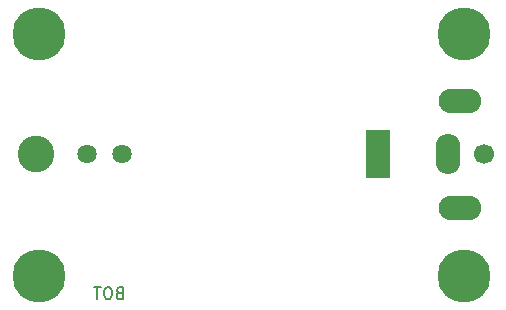
<source format=gbr>
%TF.GenerationSoftware,KiCad,Pcbnew,(5.1.6)-1*%
%TF.CreationDate,2022-05-27T14:19:17+02:00*%
%TF.ProjectId,Charger,43686172-6765-4722-9e6b-696361645f70,V1.0*%
%TF.SameCoordinates,Original*%
%TF.FileFunction,Soldermask,Bot*%
%TF.FilePolarity,Negative*%
%FSLAX46Y46*%
G04 Gerber Fmt 4.6, Leading zero omitted, Abs format (unit mm)*
G04 Created by KiCad (PCBNEW (5.1.6)-1) date 2022-05-27 14:19:17*
%MOMM*%
%LPD*%
G01*
G04 APERTURE LIST*
%ADD10C,0.200000*%
%ADD11C,3.100000*%
%ADD12C,1.630000*%
%ADD13C,4.500000*%
%ADD14C,1.700000*%
%ADD15O,3.600000X2.100000*%
%ADD16O,2.100000X3.400000*%
%ADD17R,2.100000X4.100000*%
G04 APERTURE END LIST*
D10*
X139833333Y-99928571D02*
X139690476Y-99976190D01*
X139642857Y-100023809D01*
X139595238Y-100119047D01*
X139595238Y-100261904D01*
X139642857Y-100357142D01*
X139690476Y-100404761D01*
X139785714Y-100452380D01*
X140166666Y-100452380D01*
X140166666Y-99452380D01*
X139833333Y-99452380D01*
X139738095Y-99500000D01*
X139690476Y-99547619D01*
X139642857Y-99642857D01*
X139642857Y-99738095D01*
X139690476Y-99833333D01*
X139738095Y-99880952D01*
X139833333Y-99928571D01*
X140166666Y-99928571D01*
X138976190Y-99452380D02*
X138785714Y-99452380D01*
X138690476Y-99500000D01*
X138595238Y-99595238D01*
X138547619Y-99785714D01*
X138547619Y-100119047D01*
X138595238Y-100309523D01*
X138690476Y-100404761D01*
X138785714Y-100452380D01*
X138976190Y-100452380D01*
X139071428Y-100404761D01*
X139166666Y-100309523D01*
X139214285Y-100119047D01*
X139214285Y-99785714D01*
X139166666Y-99595238D01*
X139071428Y-99500000D01*
X138976190Y-99452380D01*
X138261904Y-99452380D02*
X137690476Y-99452380D01*
X137976190Y-100452380D02*
X137976190Y-99452380D01*
D11*
%TO.C,J2*%
X132800000Y-88200000D03*
D12*
X140100000Y-88200000D03*
X137100000Y-88200000D03*
%TD*%
D13*
%TO.C,H4*%
X169000000Y-78000000D03*
%TD*%
%TO.C,H3*%
X169000000Y-98500000D03*
%TD*%
%TO.C,H2*%
X133000000Y-98500000D03*
%TD*%
%TO.C,H1*%
X133000000Y-78000000D03*
%TD*%
D14*
%TO.C,J1*%
X170700000Y-88200000D03*
D15*
X168700000Y-83700000D03*
X168700000Y-92700000D03*
D16*
X167700000Y-88200000D03*
D17*
X161700000Y-88200000D03*
%TD*%
M02*

</source>
